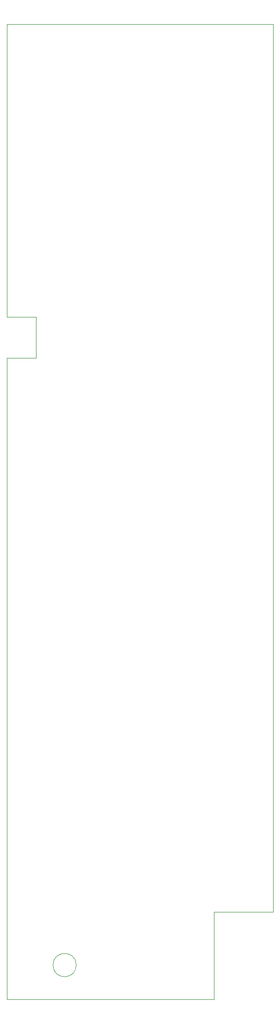
<source format=gbr>
%TF.GenerationSoftware,KiCad,Pcbnew,(6.0.10)*%
%TF.CreationDate,2023-05-04T16:05:15+10:00*%
%TF.ProjectId,LinearSaturn,4c696e65-6172-4536-9174-75726e2e6b69,rev?*%
%TF.SameCoordinates,Original*%
%TF.FileFunction,Profile,NP*%
%FSLAX46Y46*%
G04 Gerber Fmt 4.6, Leading zero omitted, Abs format (unit mm)*
G04 Created by KiCad (PCBNEW (6.0.10)) date 2023-05-04 16:05:15*
%MOMM*%
%LPD*%
G01*
G04 APERTURE LIST*
%TA.AperFunction,Profile*%
%ADD10C,0.100000*%
%TD*%
G04 APERTURE END LIST*
D10*
X152400000Y-180580000D02*
X152400000Y-195580000D01*
X162560000Y-28400000D02*
X162560000Y-180594000D01*
X116840000Y-85580000D02*
X121840000Y-85580000D01*
X121840000Y-78580000D02*
X121840000Y-85580000D01*
X162560000Y-180594000D02*
X152400000Y-180594000D01*
X128746000Y-189706000D02*
G75*
G03*
X128746000Y-189706000I-2000000J0D01*
G01*
X116840000Y-28400000D02*
X116840000Y-78580000D01*
X116840000Y-78580000D02*
X121840000Y-78580000D01*
X162560000Y-28400000D02*
X116840000Y-28400000D01*
X152400000Y-195580000D02*
X116840000Y-195580000D01*
X116840000Y-85580000D02*
X116840000Y-195580000D01*
M02*

</source>
